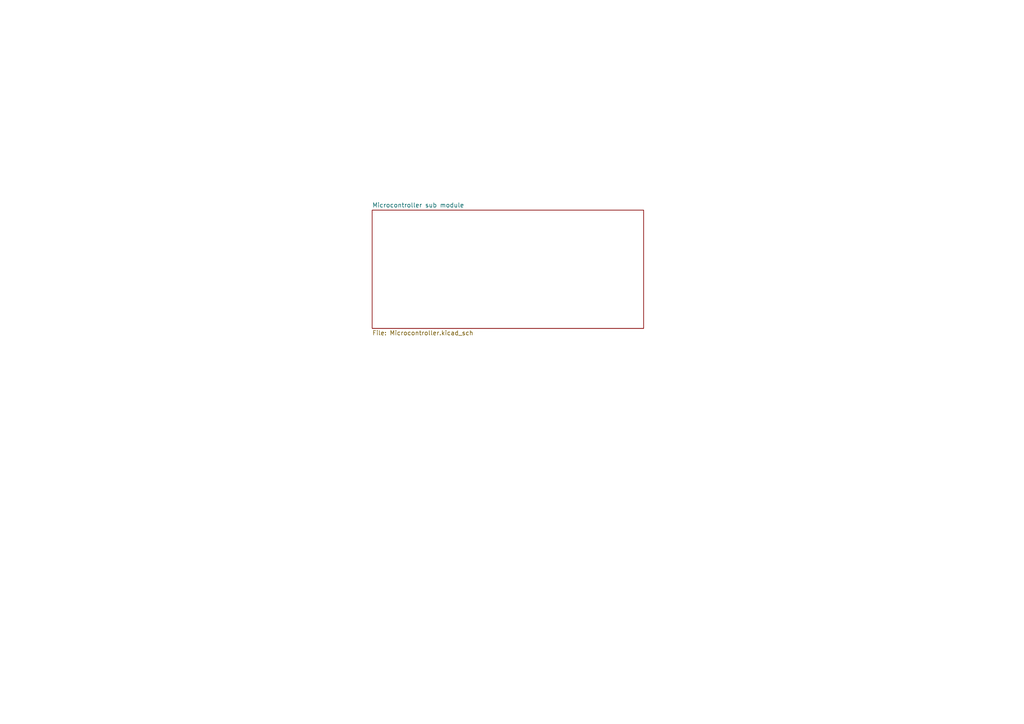
<source format=kicad_sch>
(kicad_sch (version 20230121) (generator eeschema)
  (paper "A4")
  (lib_symbols)
  (sheet (at 107.95 60.96) (size 78.74 34.29) (stroke (width 0.1524))
    (property "Sheetname" "Microcontroller sub module" (at 107.95 60.2484 0) (effects (justify left bottom)))
    (property "Sheetfile" "Microcontroller.kicad_sch" (at 107.95 95.8346 0) (effects (justify left top)))
  )
)
</source>
